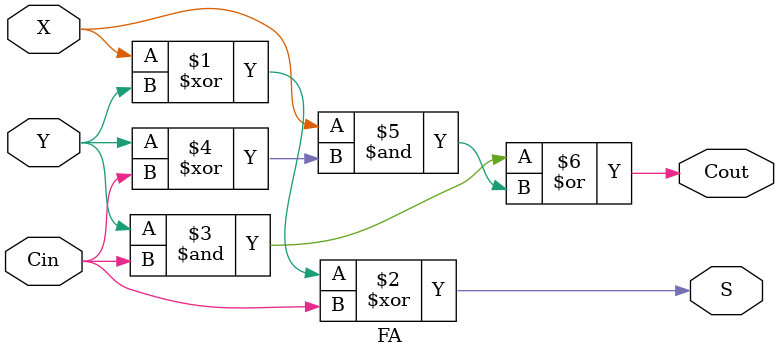
<source format=v>
module FA(Cin,X,Y,S,Cout);
input Cin,X,Y;
output Cout,S;
assign S = X^Y^Cin;
assign Cout = Y&Cin | X&(Y^Cin);
endmodule
</source>
